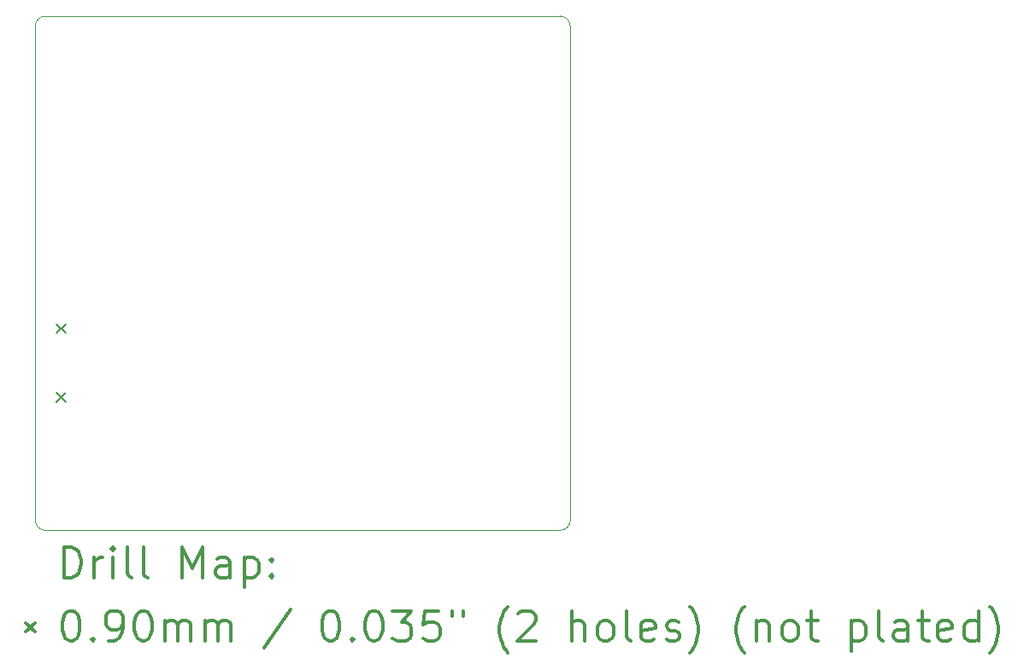
<source format=gbr>
%FSLAX45Y45*%
G04 Gerber Fmt 4.5, Leading zero omitted, Abs format (unit mm)*
G04 Created by KiCad (PCBNEW 5.1.9+dfsg1-1) date 2021-05-25 18:35:13*
%MOMM*%
%LPD*%
G01*
G04 APERTURE LIST*
%TA.AperFunction,Profile*%
%ADD10C,0.050000*%
%TD*%
%ADD11C,0.200000*%
%ADD12C,0.300000*%
G04 APERTURE END LIST*
D10*
X11026000Y-6572000D02*
G75*
G02*
X11126000Y-6472000I100000J0D01*
G01*
X11126000Y-11572000D02*
G75*
G02*
X11026000Y-11472000I0J100000D01*
G01*
X16326000Y-11472000D02*
G75*
G02*
X16226000Y-11572000I-100000J0D01*
G01*
X16226000Y-6472000D02*
G75*
G02*
X16326000Y-6572000I0J-100000D01*
G01*
X16226000Y-6472000D02*
X11126000Y-6472000D01*
X16326000Y-11472000D02*
X16326000Y-6572000D01*
X11126000Y-11572000D02*
X16226000Y-11572000D01*
X11026000Y-6572000D02*
X11026000Y-11472000D01*
D11*
X11235000Y-9526000D02*
X11325000Y-9616000D01*
X11325000Y-9526000D02*
X11235000Y-9616000D01*
X11235000Y-10206000D02*
X11325000Y-10296000D01*
X11325000Y-10206000D02*
X11235000Y-10296000D01*
D12*
X11309928Y-12040214D02*
X11309928Y-11740214D01*
X11381357Y-11740214D01*
X11424214Y-11754500D01*
X11452786Y-11783071D01*
X11467071Y-11811643D01*
X11481357Y-11868786D01*
X11481357Y-11911643D01*
X11467071Y-11968786D01*
X11452786Y-11997357D01*
X11424214Y-12025929D01*
X11381357Y-12040214D01*
X11309928Y-12040214D01*
X11609928Y-12040214D02*
X11609928Y-11840214D01*
X11609928Y-11897357D02*
X11624214Y-11868786D01*
X11638500Y-11854500D01*
X11667071Y-11840214D01*
X11695643Y-11840214D01*
X11795643Y-12040214D02*
X11795643Y-11840214D01*
X11795643Y-11740214D02*
X11781357Y-11754500D01*
X11795643Y-11768786D01*
X11809928Y-11754500D01*
X11795643Y-11740214D01*
X11795643Y-11768786D01*
X11981357Y-12040214D02*
X11952786Y-12025929D01*
X11938500Y-11997357D01*
X11938500Y-11740214D01*
X12138500Y-12040214D02*
X12109928Y-12025929D01*
X12095643Y-11997357D01*
X12095643Y-11740214D01*
X12481357Y-12040214D02*
X12481357Y-11740214D01*
X12581357Y-11954500D01*
X12681357Y-11740214D01*
X12681357Y-12040214D01*
X12952786Y-12040214D02*
X12952786Y-11883071D01*
X12938500Y-11854500D01*
X12909928Y-11840214D01*
X12852786Y-11840214D01*
X12824214Y-11854500D01*
X12952786Y-12025929D02*
X12924214Y-12040214D01*
X12852786Y-12040214D01*
X12824214Y-12025929D01*
X12809928Y-11997357D01*
X12809928Y-11968786D01*
X12824214Y-11940214D01*
X12852786Y-11925929D01*
X12924214Y-11925929D01*
X12952786Y-11911643D01*
X13095643Y-11840214D02*
X13095643Y-12140214D01*
X13095643Y-11854500D02*
X13124214Y-11840214D01*
X13181357Y-11840214D01*
X13209928Y-11854500D01*
X13224214Y-11868786D01*
X13238500Y-11897357D01*
X13238500Y-11983071D01*
X13224214Y-12011643D01*
X13209928Y-12025929D01*
X13181357Y-12040214D01*
X13124214Y-12040214D01*
X13095643Y-12025929D01*
X13367071Y-12011643D02*
X13381357Y-12025929D01*
X13367071Y-12040214D01*
X13352786Y-12025929D01*
X13367071Y-12011643D01*
X13367071Y-12040214D01*
X13367071Y-11854500D02*
X13381357Y-11868786D01*
X13367071Y-11883071D01*
X13352786Y-11868786D01*
X13367071Y-11854500D01*
X13367071Y-11883071D01*
X10933500Y-12489500D02*
X11023500Y-12579500D01*
X11023500Y-12489500D02*
X10933500Y-12579500D01*
X11367071Y-12370214D02*
X11395643Y-12370214D01*
X11424214Y-12384500D01*
X11438500Y-12398786D01*
X11452786Y-12427357D01*
X11467071Y-12484500D01*
X11467071Y-12555929D01*
X11452786Y-12613071D01*
X11438500Y-12641643D01*
X11424214Y-12655929D01*
X11395643Y-12670214D01*
X11367071Y-12670214D01*
X11338500Y-12655929D01*
X11324214Y-12641643D01*
X11309928Y-12613071D01*
X11295643Y-12555929D01*
X11295643Y-12484500D01*
X11309928Y-12427357D01*
X11324214Y-12398786D01*
X11338500Y-12384500D01*
X11367071Y-12370214D01*
X11595643Y-12641643D02*
X11609928Y-12655929D01*
X11595643Y-12670214D01*
X11581357Y-12655929D01*
X11595643Y-12641643D01*
X11595643Y-12670214D01*
X11752786Y-12670214D02*
X11809928Y-12670214D01*
X11838500Y-12655929D01*
X11852786Y-12641643D01*
X11881357Y-12598786D01*
X11895643Y-12541643D01*
X11895643Y-12427357D01*
X11881357Y-12398786D01*
X11867071Y-12384500D01*
X11838500Y-12370214D01*
X11781357Y-12370214D01*
X11752786Y-12384500D01*
X11738500Y-12398786D01*
X11724214Y-12427357D01*
X11724214Y-12498786D01*
X11738500Y-12527357D01*
X11752786Y-12541643D01*
X11781357Y-12555929D01*
X11838500Y-12555929D01*
X11867071Y-12541643D01*
X11881357Y-12527357D01*
X11895643Y-12498786D01*
X12081357Y-12370214D02*
X12109928Y-12370214D01*
X12138500Y-12384500D01*
X12152786Y-12398786D01*
X12167071Y-12427357D01*
X12181357Y-12484500D01*
X12181357Y-12555929D01*
X12167071Y-12613071D01*
X12152786Y-12641643D01*
X12138500Y-12655929D01*
X12109928Y-12670214D01*
X12081357Y-12670214D01*
X12052786Y-12655929D01*
X12038500Y-12641643D01*
X12024214Y-12613071D01*
X12009928Y-12555929D01*
X12009928Y-12484500D01*
X12024214Y-12427357D01*
X12038500Y-12398786D01*
X12052786Y-12384500D01*
X12081357Y-12370214D01*
X12309928Y-12670214D02*
X12309928Y-12470214D01*
X12309928Y-12498786D02*
X12324214Y-12484500D01*
X12352786Y-12470214D01*
X12395643Y-12470214D01*
X12424214Y-12484500D01*
X12438500Y-12513071D01*
X12438500Y-12670214D01*
X12438500Y-12513071D02*
X12452786Y-12484500D01*
X12481357Y-12470214D01*
X12524214Y-12470214D01*
X12552786Y-12484500D01*
X12567071Y-12513071D01*
X12567071Y-12670214D01*
X12709928Y-12670214D02*
X12709928Y-12470214D01*
X12709928Y-12498786D02*
X12724214Y-12484500D01*
X12752786Y-12470214D01*
X12795643Y-12470214D01*
X12824214Y-12484500D01*
X12838500Y-12513071D01*
X12838500Y-12670214D01*
X12838500Y-12513071D02*
X12852786Y-12484500D01*
X12881357Y-12470214D01*
X12924214Y-12470214D01*
X12952786Y-12484500D01*
X12967071Y-12513071D01*
X12967071Y-12670214D01*
X13552786Y-12355929D02*
X13295643Y-12741643D01*
X13938500Y-12370214D02*
X13967071Y-12370214D01*
X13995643Y-12384500D01*
X14009928Y-12398786D01*
X14024214Y-12427357D01*
X14038500Y-12484500D01*
X14038500Y-12555929D01*
X14024214Y-12613071D01*
X14009928Y-12641643D01*
X13995643Y-12655929D01*
X13967071Y-12670214D01*
X13938500Y-12670214D01*
X13909928Y-12655929D01*
X13895643Y-12641643D01*
X13881357Y-12613071D01*
X13867071Y-12555929D01*
X13867071Y-12484500D01*
X13881357Y-12427357D01*
X13895643Y-12398786D01*
X13909928Y-12384500D01*
X13938500Y-12370214D01*
X14167071Y-12641643D02*
X14181357Y-12655929D01*
X14167071Y-12670214D01*
X14152786Y-12655929D01*
X14167071Y-12641643D01*
X14167071Y-12670214D01*
X14367071Y-12370214D02*
X14395643Y-12370214D01*
X14424214Y-12384500D01*
X14438500Y-12398786D01*
X14452786Y-12427357D01*
X14467071Y-12484500D01*
X14467071Y-12555929D01*
X14452786Y-12613071D01*
X14438500Y-12641643D01*
X14424214Y-12655929D01*
X14395643Y-12670214D01*
X14367071Y-12670214D01*
X14338500Y-12655929D01*
X14324214Y-12641643D01*
X14309928Y-12613071D01*
X14295643Y-12555929D01*
X14295643Y-12484500D01*
X14309928Y-12427357D01*
X14324214Y-12398786D01*
X14338500Y-12384500D01*
X14367071Y-12370214D01*
X14567071Y-12370214D02*
X14752786Y-12370214D01*
X14652786Y-12484500D01*
X14695643Y-12484500D01*
X14724214Y-12498786D01*
X14738500Y-12513071D01*
X14752786Y-12541643D01*
X14752786Y-12613071D01*
X14738500Y-12641643D01*
X14724214Y-12655929D01*
X14695643Y-12670214D01*
X14609928Y-12670214D01*
X14581357Y-12655929D01*
X14567071Y-12641643D01*
X15024214Y-12370214D02*
X14881357Y-12370214D01*
X14867071Y-12513071D01*
X14881357Y-12498786D01*
X14909928Y-12484500D01*
X14981357Y-12484500D01*
X15009928Y-12498786D01*
X15024214Y-12513071D01*
X15038500Y-12541643D01*
X15038500Y-12613071D01*
X15024214Y-12641643D01*
X15009928Y-12655929D01*
X14981357Y-12670214D01*
X14909928Y-12670214D01*
X14881357Y-12655929D01*
X14867071Y-12641643D01*
X15152786Y-12370214D02*
X15152786Y-12427357D01*
X15267071Y-12370214D02*
X15267071Y-12427357D01*
X15709928Y-12784500D02*
X15695643Y-12770214D01*
X15667071Y-12727357D01*
X15652786Y-12698786D01*
X15638500Y-12655929D01*
X15624214Y-12584500D01*
X15624214Y-12527357D01*
X15638500Y-12455929D01*
X15652786Y-12413071D01*
X15667071Y-12384500D01*
X15695643Y-12341643D01*
X15709928Y-12327357D01*
X15809928Y-12398786D02*
X15824214Y-12384500D01*
X15852786Y-12370214D01*
X15924214Y-12370214D01*
X15952786Y-12384500D01*
X15967071Y-12398786D01*
X15981357Y-12427357D01*
X15981357Y-12455929D01*
X15967071Y-12498786D01*
X15795643Y-12670214D01*
X15981357Y-12670214D01*
X16338500Y-12670214D02*
X16338500Y-12370214D01*
X16467071Y-12670214D02*
X16467071Y-12513071D01*
X16452786Y-12484500D01*
X16424214Y-12470214D01*
X16381357Y-12470214D01*
X16352786Y-12484500D01*
X16338500Y-12498786D01*
X16652786Y-12670214D02*
X16624214Y-12655929D01*
X16609928Y-12641643D01*
X16595643Y-12613071D01*
X16595643Y-12527357D01*
X16609928Y-12498786D01*
X16624214Y-12484500D01*
X16652786Y-12470214D01*
X16695643Y-12470214D01*
X16724214Y-12484500D01*
X16738500Y-12498786D01*
X16752786Y-12527357D01*
X16752786Y-12613071D01*
X16738500Y-12641643D01*
X16724214Y-12655929D01*
X16695643Y-12670214D01*
X16652786Y-12670214D01*
X16924214Y-12670214D02*
X16895643Y-12655929D01*
X16881357Y-12627357D01*
X16881357Y-12370214D01*
X17152786Y-12655929D02*
X17124214Y-12670214D01*
X17067071Y-12670214D01*
X17038500Y-12655929D01*
X17024214Y-12627357D01*
X17024214Y-12513071D01*
X17038500Y-12484500D01*
X17067071Y-12470214D01*
X17124214Y-12470214D01*
X17152786Y-12484500D01*
X17167071Y-12513071D01*
X17167071Y-12541643D01*
X17024214Y-12570214D01*
X17281357Y-12655929D02*
X17309928Y-12670214D01*
X17367071Y-12670214D01*
X17395643Y-12655929D01*
X17409928Y-12627357D01*
X17409928Y-12613071D01*
X17395643Y-12584500D01*
X17367071Y-12570214D01*
X17324214Y-12570214D01*
X17295643Y-12555929D01*
X17281357Y-12527357D01*
X17281357Y-12513071D01*
X17295643Y-12484500D01*
X17324214Y-12470214D01*
X17367071Y-12470214D01*
X17395643Y-12484500D01*
X17509928Y-12784500D02*
X17524214Y-12770214D01*
X17552786Y-12727357D01*
X17567071Y-12698786D01*
X17581357Y-12655929D01*
X17595643Y-12584500D01*
X17595643Y-12527357D01*
X17581357Y-12455929D01*
X17567071Y-12413071D01*
X17552786Y-12384500D01*
X17524214Y-12341643D01*
X17509928Y-12327357D01*
X18052786Y-12784500D02*
X18038500Y-12770214D01*
X18009928Y-12727357D01*
X17995643Y-12698786D01*
X17981357Y-12655929D01*
X17967071Y-12584500D01*
X17967071Y-12527357D01*
X17981357Y-12455929D01*
X17995643Y-12413071D01*
X18009928Y-12384500D01*
X18038500Y-12341643D01*
X18052786Y-12327357D01*
X18167071Y-12470214D02*
X18167071Y-12670214D01*
X18167071Y-12498786D02*
X18181357Y-12484500D01*
X18209928Y-12470214D01*
X18252786Y-12470214D01*
X18281357Y-12484500D01*
X18295643Y-12513071D01*
X18295643Y-12670214D01*
X18481357Y-12670214D02*
X18452786Y-12655929D01*
X18438500Y-12641643D01*
X18424214Y-12613071D01*
X18424214Y-12527357D01*
X18438500Y-12498786D01*
X18452786Y-12484500D01*
X18481357Y-12470214D01*
X18524214Y-12470214D01*
X18552786Y-12484500D01*
X18567071Y-12498786D01*
X18581357Y-12527357D01*
X18581357Y-12613071D01*
X18567071Y-12641643D01*
X18552786Y-12655929D01*
X18524214Y-12670214D01*
X18481357Y-12670214D01*
X18667071Y-12470214D02*
X18781357Y-12470214D01*
X18709928Y-12370214D02*
X18709928Y-12627357D01*
X18724214Y-12655929D01*
X18752786Y-12670214D01*
X18781357Y-12670214D01*
X19109928Y-12470214D02*
X19109928Y-12770214D01*
X19109928Y-12484500D02*
X19138500Y-12470214D01*
X19195643Y-12470214D01*
X19224214Y-12484500D01*
X19238500Y-12498786D01*
X19252786Y-12527357D01*
X19252786Y-12613071D01*
X19238500Y-12641643D01*
X19224214Y-12655929D01*
X19195643Y-12670214D01*
X19138500Y-12670214D01*
X19109928Y-12655929D01*
X19424214Y-12670214D02*
X19395643Y-12655929D01*
X19381357Y-12627357D01*
X19381357Y-12370214D01*
X19667071Y-12670214D02*
X19667071Y-12513071D01*
X19652786Y-12484500D01*
X19624214Y-12470214D01*
X19567071Y-12470214D01*
X19538500Y-12484500D01*
X19667071Y-12655929D02*
X19638500Y-12670214D01*
X19567071Y-12670214D01*
X19538500Y-12655929D01*
X19524214Y-12627357D01*
X19524214Y-12598786D01*
X19538500Y-12570214D01*
X19567071Y-12555929D01*
X19638500Y-12555929D01*
X19667071Y-12541643D01*
X19767071Y-12470214D02*
X19881357Y-12470214D01*
X19809928Y-12370214D02*
X19809928Y-12627357D01*
X19824214Y-12655929D01*
X19852786Y-12670214D01*
X19881357Y-12670214D01*
X20095643Y-12655929D02*
X20067071Y-12670214D01*
X20009928Y-12670214D01*
X19981357Y-12655929D01*
X19967071Y-12627357D01*
X19967071Y-12513071D01*
X19981357Y-12484500D01*
X20009928Y-12470214D01*
X20067071Y-12470214D01*
X20095643Y-12484500D01*
X20109928Y-12513071D01*
X20109928Y-12541643D01*
X19967071Y-12570214D01*
X20367071Y-12670214D02*
X20367071Y-12370214D01*
X20367071Y-12655929D02*
X20338500Y-12670214D01*
X20281357Y-12670214D01*
X20252786Y-12655929D01*
X20238500Y-12641643D01*
X20224214Y-12613071D01*
X20224214Y-12527357D01*
X20238500Y-12498786D01*
X20252786Y-12484500D01*
X20281357Y-12470214D01*
X20338500Y-12470214D01*
X20367071Y-12484500D01*
X20481357Y-12784500D02*
X20495643Y-12770214D01*
X20524214Y-12727357D01*
X20538500Y-12698786D01*
X20552786Y-12655929D01*
X20567071Y-12584500D01*
X20567071Y-12527357D01*
X20552786Y-12455929D01*
X20538500Y-12413071D01*
X20524214Y-12384500D01*
X20495643Y-12341643D01*
X20481357Y-12327357D01*
M02*

</source>
